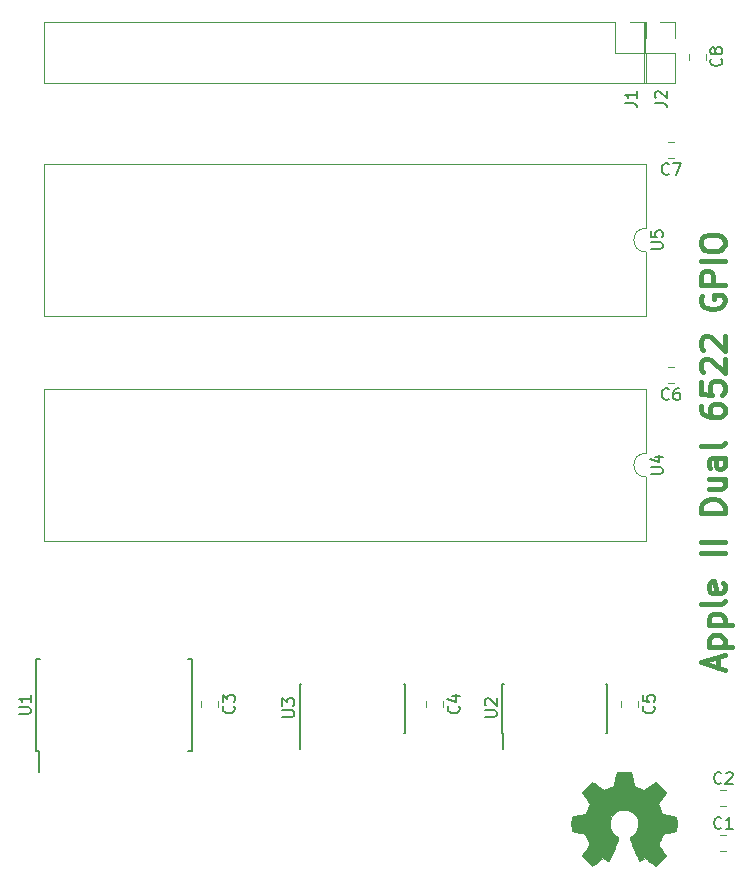
<source format=gto>
%TF.GenerationSoftware,KiCad,Pcbnew,(5.0.0)*%
%TF.CreationDate,2018-09-17T08:33:24-07:00*%
%TF.ProjectId,6522,363532322E6B696361645F7063620000,0.1*%
%TF.SameCoordinates,PX6b302f8PY7fe6300*%
%TF.FileFunction,Legend,Top*%
%TF.FilePolarity,Positive*%
%FSLAX46Y46*%
G04 Gerber Fmt 4.6, Leading zero omitted, Abs format (unit mm)*
G04 Created by KiCad (PCBNEW (5.0.0)) date 09/17/18 08:33:24*
%MOMM*%
%LPD*%
G01*
G04 APERTURE LIST*
%ADD10C,0.400000*%
%ADD11C,0.120000*%
%ADD12C,0.150000*%
%ADD13C,0.010000*%
G04 APERTURE END LIST*
D10*
X61293333Y25608667D02*
X61293333Y26561048D01*
X61864761Y25418191D02*
X59864761Y26084858D01*
X61864761Y26751524D01*
X60531428Y27418191D02*
X62531428Y27418191D01*
X60626666Y27418191D02*
X60531428Y27608667D01*
X60531428Y27989620D01*
X60626666Y28180096D01*
X60721904Y28275334D01*
X60912380Y28370572D01*
X61483809Y28370572D01*
X61674285Y28275334D01*
X61769523Y28180096D01*
X61864761Y27989620D01*
X61864761Y27608667D01*
X61769523Y27418191D01*
X60531428Y29227715D02*
X62531428Y29227715D01*
X60626666Y29227715D02*
X60531428Y29418191D01*
X60531428Y29799143D01*
X60626666Y29989620D01*
X60721904Y30084858D01*
X60912380Y30180096D01*
X61483809Y30180096D01*
X61674285Y30084858D01*
X61769523Y29989620D01*
X61864761Y29799143D01*
X61864761Y29418191D01*
X61769523Y29227715D01*
X61864761Y31322953D02*
X61769523Y31132477D01*
X61579047Y31037239D01*
X59864761Y31037239D01*
X61769523Y32846762D02*
X61864761Y32656286D01*
X61864761Y32275334D01*
X61769523Y32084858D01*
X61579047Y31989620D01*
X60817142Y31989620D01*
X60626666Y32084858D01*
X60531428Y32275334D01*
X60531428Y32656286D01*
X60626666Y32846762D01*
X60817142Y32942000D01*
X61007619Y32942000D01*
X61198095Y31989620D01*
X61864761Y35322953D02*
X59864761Y35322953D01*
X61864761Y36275334D02*
X59864761Y36275334D01*
X61864761Y38751524D02*
X59864761Y38751524D01*
X59864761Y39227715D01*
X59960000Y39513429D01*
X60150476Y39703905D01*
X60340952Y39799143D01*
X60721904Y39894381D01*
X61007619Y39894381D01*
X61388571Y39799143D01*
X61579047Y39703905D01*
X61769523Y39513429D01*
X61864761Y39227715D01*
X61864761Y38751524D01*
X60531428Y41608667D02*
X61864761Y41608667D01*
X60531428Y40751524D02*
X61579047Y40751524D01*
X61769523Y40846762D01*
X61864761Y41037239D01*
X61864761Y41322953D01*
X61769523Y41513429D01*
X61674285Y41608667D01*
X61864761Y43418191D02*
X60817142Y43418191D01*
X60626666Y43322953D01*
X60531428Y43132477D01*
X60531428Y42751524D01*
X60626666Y42561048D01*
X61769523Y43418191D02*
X61864761Y43227715D01*
X61864761Y42751524D01*
X61769523Y42561048D01*
X61579047Y42465810D01*
X61388571Y42465810D01*
X61198095Y42561048D01*
X61102857Y42751524D01*
X61102857Y43227715D01*
X61007619Y43418191D01*
X61864761Y44656286D02*
X61769523Y44465810D01*
X61579047Y44370572D01*
X59864761Y44370572D01*
X59864761Y47799143D02*
X59864761Y47418191D01*
X59960000Y47227715D01*
X60055238Y47132477D01*
X60340952Y46942000D01*
X60721904Y46846762D01*
X61483809Y46846762D01*
X61674285Y46942000D01*
X61769523Y47037239D01*
X61864761Y47227715D01*
X61864761Y47608667D01*
X61769523Y47799143D01*
X61674285Y47894381D01*
X61483809Y47989620D01*
X61007619Y47989620D01*
X60817142Y47894381D01*
X60721904Y47799143D01*
X60626666Y47608667D01*
X60626666Y47227715D01*
X60721904Y47037239D01*
X60817142Y46942000D01*
X61007619Y46846762D01*
X59864761Y49799143D02*
X59864761Y48846762D01*
X60817142Y48751524D01*
X60721904Y48846762D01*
X60626666Y49037239D01*
X60626666Y49513429D01*
X60721904Y49703905D01*
X60817142Y49799143D01*
X61007619Y49894381D01*
X61483809Y49894381D01*
X61674285Y49799143D01*
X61769523Y49703905D01*
X61864761Y49513429D01*
X61864761Y49037239D01*
X61769523Y48846762D01*
X61674285Y48751524D01*
X60055238Y50656286D02*
X59960000Y50751524D01*
X59864761Y50942000D01*
X59864761Y51418191D01*
X59960000Y51608667D01*
X60055238Y51703905D01*
X60245714Y51799143D01*
X60436190Y51799143D01*
X60721904Y51703905D01*
X61864761Y50561048D01*
X61864761Y51799143D01*
X60055238Y52561048D02*
X59960000Y52656286D01*
X59864761Y52846762D01*
X59864761Y53322953D01*
X59960000Y53513429D01*
X60055238Y53608667D01*
X60245714Y53703905D01*
X60436190Y53703905D01*
X60721904Y53608667D01*
X61864761Y52465810D01*
X61864761Y53703905D01*
X59960000Y57132477D02*
X59864761Y56942000D01*
X59864761Y56656286D01*
X59960000Y56370572D01*
X60150476Y56180096D01*
X60340952Y56084858D01*
X60721904Y55989620D01*
X61007619Y55989620D01*
X61388571Y56084858D01*
X61579047Y56180096D01*
X61769523Y56370572D01*
X61864761Y56656286D01*
X61864761Y56846762D01*
X61769523Y57132477D01*
X61674285Y57227715D01*
X61007619Y57227715D01*
X61007619Y56846762D01*
X61864761Y58084858D02*
X59864761Y58084858D01*
X59864761Y58846762D01*
X59960000Y59037239D01*
X60055238Y59132477D01*
X60245714Y59227715D01*
X60531428Y59227715D01*
X60721904Y59132477D01*
X60817142Y59037239D01*
X60912380Y58846762D01*
X60912380Y58084858D01*
X61864761Y60084858D02*
X59864761Y60084858D01*
X59864761Y61418191D02*
X59864761Y61799143D01*
X59960000Y61989620D01*
X60150476Y62180096D01*
X60531428Y62275334D01*
X61198095Y62275334D01*
X61579047Y62180096D01*
X61769523Y61989620D01*
X61864761Y61799143D01*
X61864761Y61418191D01*
X61769523Y61227715D01*
X61579047Y61037239D01*
X61198095Y60942000D01*
X60531428Y60942000D01*
X60150476Y61037239D01*
X59960000Y61227715D01*
X59864761Y61418191D01*
D11*
X4258000Y80324000D02*
X4258000Y75124000D01*
X52578000Y80324000D02*
X4258000Y80324000D01*
X55178000Y75124000D02*
X4258000Y75124000D01*
X52578000Y80324000D02*
X52578000Y77724000D01*
X52578000Y77724000D02*
X55178000Y77724000D01*
X55178000Y77724000D02*
X55178000Y75124000D01*
X53848000Y80324000D02*
X55178000Y80324000D01*
X55178000Y80324000D02*
X55178000Y78994000D01*
X55178000Y60849000D02*
G75*
G02X55178000Y62849000I0J1000000D01*
G01*
X55178000Y62849000D02*
X55178000Y68309000D01*
X55178000Y68309000D02*
X4258000Y68309000D01*
X4258000Y68309000D02*
X4258000Y55389000D01*
X4258000Y55389000D02*
X55178000Y55389000D01*
X55178000Y55389000D02*
X55178000Y60849000D01*
X55051542Y80307295D02*
X55051542Y75107295D01*
X55111542Y80307295D02*
X55051542Y80307295D01*
X57711542Y75107295D02*
X55051542Y75107295D01*
X55111542Y80307295D02*
X55111542Y77707295D01*
X55111542Y77707295D02*
X57711542Y77707295D01*
X57711542Y77707295D02*
X57711542Y75107295D01*
X56381542Y80307295D02*
X57711542Y80307295D01*
X57711542Y80307295D02*
X57711542Y78977295D01*
X55178000Y36339000D02*
X55178000Y41799000D01*
X4258000Y36339000D02*
X55178000Y36339000D01*
X4258000Y49259000D02*
X4258000Y36339000D01*
X55178000Y49259000D02*
X4258000Y49259000D01*
X55178000Y43799000D02*
X55178000Y49259000D01*
X55178000Y41799000D02*
G75*
G02X55178000Y43799000I0J1000000D01*
G01*
D12*
X3585000Y18604000D02*
X3835000Y18604000D01*
X3585000Y26354000D02*
X3920000Y26354000D01*
X16735000Y26354000D02*
X16400000Y26354000D01*
X16735000Y18604000D02*
X16400000Y18604000D01*
X3585000Y18604000D02*
X3585000Y26354000D01*
X16735000Y18604000D02*
X16735000Y26354000D01*
X3835000Y18604000D02*
X3835000Y16804000D01*
X43048000Y20150000D02*
X43073000Y20150000D01*
X43048000Y24300000D02*
X43163000Y24300000D01*
X51948000Y24300000D02*
X51833000Y24300000D01*
X51948000Y20150000D02*
X51833000Y20150000D01*
X43048000Y20150000D02*
X43048000Y24300000D01*
X51948000Y20150000D02*
X51948000Y24300000D01*
X43073000Y20150000D02*
X43073000Y18775000D01*
X25928000Y20150000D02*
X25928000Y18775000D01*
X34803000Y20150000D02*
X34803000Y24300000D01*
X25903000Y20150000D02*
X25903000Y24300000D01*
X34803000Y20150000D02*
X34688000Y20150000D01*
X34803000Y24300000D02*
X34688000Y24300000D01*
X25903000Y24300000D02*
X26018000Y24300000D01*
X25903000Y20150000D02*
X25928000Y20150000D01*
D11*
X61511922Y10085000D02*
X62029078Y10085000D01*
X61511922Y11505000D02*
X62029078Y11505000D01*
X61511922Y13895000D02*
X62029078Y13895000D01*
X61511922Y15315000D02*
X62029078Y15315000D01*
X18998000Y22816078D02*
X18998000Y22298922D01*
X17578000Y22816078D02*
X17578000Y22298922D01*
X36628000Y22816078D02*
X36628000Y22298922D01*
X38048000Y22816078D02*
X38048000Y22298922D01*
X54558000Y22816078D02*
X54558000Y22298922D01*
X53138000Y22816078D02*
X53138000Y22298922D01*
X57584078Y51129000D02*
X57066922Y51129000D01*
X57584078Y49709000D02*
X57066922Y49709000D01*
X57584078Y68759000D02*
X57066922Y68759000D01*
X57584078Y70179000D02*
X57066922Y70179000D01*
X60266542Y77633373D02*
X60266542Y77116217D01*
X58846542Y77633373D02*
X58846542Y77116217D01*
D13*
G36*
X54086536Y16226573D02*
X54199118Y15629382D01*
X54614531Y15458135D01*
X55029945Y15286888D01*
X55528302Y15625767D01*
X55667869Y15720123D01*
X55794029Y15804370D01*
X55900896Y15874662D01*
X55982583Y15927153D01*
X56033202Y15957996D01*
X56046987Y15964647D01*
X56071821Y15947542D01*
X56124889Y15900256D01*
X56200241Y15828828D01*
X56291930Y15739300D01*
X56394008Y15637711D01*
X56500527Y15530102D01*
X56605537Y15422513D01*
X56703092Y15320985D01*
X56787243Y15231559D01*
X56852041Y15160274D01*
X56891538Y15113172D01*
X56900981Y15097408D01*
X56887392Y15068347D01*
X56849294Y15004679D01*
X56790694Y14912633D01*
X56715598Y14798436D01*
X56628009Y14668316D01*
X56577255Y14594099D01*
X56484746Y14458578D01*
X56402541Y14336284D01*
X56334631Y14233305D01*
X56285001Y14155727D01*
X56257641Y14109639D01*
X56253530Y14099953D01*
X56262850Y14072426D01*
X56288255Y14008272D01*
X56325912Y13916510D01*
X56371987Y13806161D01*
X56422647Y13686245D01*
X56474060Y13565781D01*
X56522390Y13453791D01*
X56563807Y13359293D01*
X56594475Y13291308D01*
X56610562Y13258857D01*
X56611512Y13257580D01*
X56636773Y13251383D01*
X56704046Y13237560D01*
X56806361Y13217468D01*
X56936742Y13192466D01*
X57088217Y13163914D01*
X57176594Y13147449D01*
X57338453Y13116631D01*
X57484650Y13087306D01*
X57607788Y13061079D01*
X57700470Y13039554D01*
X57755302Y13024335D01*
X57766324Y13019507D01*
X57777119Y12986826D01*
X57785830Y12913015D01*
X57792461Y12806708D01*
X57797019Y12676533D01*
X57799510Y12531124D01*
X57799939Y12379110D01*
X57798312Y12229123D01*
X57794636Y12089794D01*
X57788916Y11969755D01*
X57781158Y11877635D01*
X57771369Y11822068D01*
X57765497Y11810500D01*
X57730400Y11796635D01*
X57656029Y11776812D01*
X57552224Y11753361D01*
X57428820Y11728609D01*
X57385742Y11720602D01*
X57178048Y11682559D01*
X57013985Y11651921D01*
X56888131Y11627471D01*
X56795066Y11607991D01*
X56729368Y11592264D01*
X56685618Y11579072D01*
X56658393Y11567196D01*
X56642273Y11555420D01*
X56640018Y11553092D01*
X56617504Y11515600D01*
X56583159Y11442635D01*
X56540412Y11343133D01*
X56492693Y11226027D01*
X56443431Y11100252D01*
X56396056Y10974743D01*
X56353996Y10858435D01*
X56320681Y10760261D01*
X56299542Y10689157D01*
X56294006Y10654058D01*
X56294467Y10652828D01*
X56313224Y10624139D01*
X56355777Y10561015D01*
X56417654Y10470027D01*
X56494383Y10357745D01*
X56581492Y10230740D01*
X56606299Y10194647D01*
X56694753Y10063797D01*
X56772589Y9944409D01*
X56835567Y9843338D01*
X56879446Y9767441D01*
X56899986Y9723573D01*
X56900981Y9718183D01*
X56883723Y9689856D01*
X56836036Y9633739D01*
X56764051Y9555863D01*
X56673898Y9462260D01*
X56571706Y9358959D01*
X56463606Y9251994D01*
X56355729Y9147394D01*
X56254205Y9051191D01*
X56165163Y8969416D01*
X56094734Y8908100D01*
X56049048Y8873274D01*
X56036410Y8867588D01*
X56006992Y8880980D01*
X55946762Y8917101D01*
X55865530Y8969864D01*
X55803031Y9012333D01*
X55689786Y9090260D01*
X55555675Y9182016D01*
X55421156Y9273625D01*
X55348834Y9322654D01*
X55104039Y9488230D01*
X54898551Y9377125D01*
X54804937Y9328452D01*
X54725331Y9290619D01*
X54671468Y9269042D01*
X54657758Y9266039D01*
X54641271Y9288207D01*
X54608746Y9350851D01*
X54562609Y9448191D01*
X54505291Y9574451D01*
X54439217Y9723850D01*
X54366816Y9890612D01*
X54290517Y10068958D01*
X54212747Y10253109D01*
X54135935Y10437288D01*
X54062507Y10615715D01*
X53994893Y10782613D01*
X53935521Y10932203D01*
X53886817Y11058707D01*
X53851211Y11156346D01*
X53831131Y11219343D01*
X53827901Y11240979D01*
X53853497Y11268576D01*
X53909539Y11313375D01*
X53984312Y11366066D01*
X53990588Y11370235D01*
X54183846Y11524931D01*
X54339675Y11705409D01*
X54456725Y11905898D01*
X54533646Y12120626D01*
X54569087Y12343823D01*
X54561698Y12569719D01*
X54510128Y12792541D01*
X54413027Y13006521D01*
X54384459Y13053336D01*
X54235869Y13242382D01*
X54060328Y13394188D01*
X53863911Y13507966D01*
X53652694Y13582925D01*
X53432754Y13618278D01*
X53210164Y13613233D01*
X52991002Y13567001D01*
X52781343Y13478794D01*
X52587262Y13347821D01*
X52527227Y13294663D01*
X52374436Y13128261D01*
X52263098Y12953088D01*
X52186724Y12756734D01*
X52144188Y12562283D01*
X52133687Y12343658D01*
X52168701Y12123948D01*
X52245674Y11910580D01*
X52361048Y11710978D01*
X52511266Y11532571D01*
X52692774Y11382783D01*
X52716628Y11366994D01*
X52792202Y11315288D01*
X52849652Y11270488D01*
X52877118Y11241883D01*
X52877518Y11240979D01*
X52871621Y11210036D01*
X52848246Y11139809D01*
X52809822Y11036075D01*
X52758778Y10904610D01*
X52697543Y10751193D01*
X52628545Y10581599D01*
X52554214Y10401607D01*
X52476979Y10216992D01*
X52399269Y10033532D01*
X52323512Y9857004D01*
X52252138Y9693186D01*
X52187575Y9547853D01*
X52132253Y9426783D01*
X52088601Y9335753D01*
X52059047Y9280540D01*
X52047145Y9266039D01*
X52010778Y9277331D01*
X51942731Y9307615D01*
X51854737Y9351480D01*
X51806351Y9377125D01*
X51600864Y9488230D01*
X51356069Y9322654D01*
X51231107Y9237830D01*
X51094296Y9144484D01*
X50966089Y9056592D01*
X50901872Y9012333D01*
X50811552Y8951682D01*
X50735072Y8903619D01*
X50682408Y8874230D01*
X50665303Y8868018D01*
X50640406Y8884777D01*
X50585306Y8931564D01*
X50505344Y9003520D01*
X50405861Y9095788D01*
X50292201Y9203510D01*
X50220316Y9272674D01*
X50094552Y9396243D01*
X49985864Y9506766D01*
X49898646Y9599515D01*
X49837290Y9669763D01*
X49806192Y9712780D01*
X49803209Y9721510D01*
X49817054Y9754716D01*
X49855313Y9821858D01*
X49913742Y9916137D01*
X49988098Y10030755D01*
X50074136Y10158917D01*
X50098603Y10194647D01*
X50187755Y10324511D01*
X50267739Y10441431D01*
X50334081Y10538838D01*
X50382312Y10610161D01*
X50407958Y10648830D01*
X50410436Y10652828D01*
X50406730Y10683645D01*
X50387062Y10751401D01*
X50354861Y10847161D01*
X50313556Y10961991D01*
X50266576Y11086956D01*
X50217350Y11213121D01*
X50169309Y11331552D01*
X50125882Y11433315D01*
X50090497Y11509474D01*
X50066585Y11551096D01*
X50064885Y11553092D01*
X50050263Y11564987D01*
X50025566Y11576750D01*
X49985373Y11589599D01*
X49924264Y11604751D01*
X49836818Y11623424D01*
X49717613Y11646835D01*
X49561228Y11676203D01*
X49362244Y11712745D01*
X49319161Y11720602D01*
X49191471Y11745273D01*
X49080154Y11769407D01*
X48995046Y11790676D01*
X48945984Y11806752D01*
X48939406Y11810500D01*
X48928565Y11843727D01*
X48919754Y11917979D01*
X48912977Y12024624D01*
X48908241Y12155033D01*
X48905551Y12300573D01*
X48904914Y12452614D01*
X48906335Y12602524D01*
X48909821Y12741672D01*
X48915377Y12861428D01*
X48923009Y12953159D01*
X48932723Y13008234D01*
X48938579Y13019507D01*
X48971181Y13030877D01*
X49045419Y13049376D01*
X49153897Y13073398D01*
X49289218Y13101338D01*
X49443986Y13131592D01*
X49528308Y13147449D01*
X49688297Y13177356D01*
X49830968Y13204450D01*
X49949349Y13227369D01*
X50036466Y13244757D01*
X50085346Y13255253D01*
X50093391Y13257580D01*
X50106988Y13283814D01*
X50135730Y13347005D01*
X50175786Y13438123D01*
X50223325Y13548143D01*
X50274516Y13668035D01*
X50325527Y13788773D01*
X50372527Y13901329D01*
X50411685Y13996674D01*
X50439170Y14065783D01*
X50451150Y14099626D01*
X50451373Y14101105D01*
X50437792Y14127803D01*
X50399716Y14189240D01*
X50341148Y14279311D01*
X50266089Y14391910D01*
X50178541Y14520930D01*
X50127648Y14595039D01*
X50034910Y14730923D01*
X49952542Y14854291D01*
X49884562Y14958903D01*
X49834989Y15038517D01*
X49807843Y15086893D01*
X49803922Y15097738D01*
X49820776Y15122980D01*
X49867369Y15176876D01*
X49937749Y15253387D01*
X50025966Y15346477D01*
X50126066Y15450105D01*
X50232099Y15558236D01*
X50338112Y15664830D01*
X50438153Y15763850D01*
X50526271Y15849258D01*
X50596514Y15915015D01*
X50642929Y15955084D01*
X50658457Y15964647D01*
X50683740Y15951200D01*
X50744212Y15913425D01*
X50833993Y15855165D01*
X50947204Y15780266D01*
X51077964Y15692575D01*
X51176600Y15625767D01*
X51674958Y15286888D01*
X52090371Y15458135D01*
X52505785Y15629382D01*
X52618367Y16226573D01*
X52730950Y16823765D01*
X53973953Y16823765D01*
X54086536Y16226573D01*
X54086536Y16226573D01*
G37*
X54086536Y16226573D02*
X54199118Y15629382D01*
X54614531Y15458135D01*
X55029945Y15286888D01*
X55528302Y15625767D01*
X55667869Y15720123D01*
X55794029Y15804370D01*
X55900896Y15874662D01*
X55982583Y15927153D01*
X56033202Y15957996D01*
X56046987Y15964647D01*
X56071821Y15947542D01*
X56124889Y15900256D01*
X56200241Y15828828D01*
X56291930Y15739300D01*
X56394008Y15637711D01*
X56500527Y15530102D01*
X56605537Y15422513D01*
X56703092Y15320985D01*
X56787243Y15231559D01*
X56852041Y15160274D01*
X56891538Y15113172D01*
X56900981Y15097408D01*
X56887392Y15068347D01*
X56849294Y15004679D01*
X56790694Y14912633D01*
X56715598Y14798436D01*
X56628009Y14668316D01*
X56577255Y14594099D01*
X56484746Y14458578D01*
X56402541Y14336284D01*
X56334631Y14233305D01*
X56285001Y14155727D01*
X56257641Y14109639D01*
X56253530Y14099953D01*
X56262850Y14072426D01*
X56288255Y14008272D01*
X56325912Y13916510D01*
X56371987Y13806161D01*
X56422647Y13686245D01*
X56474060Y13565781D01*
X56522390Y13453791D01*
X56563807Y13359293D01*
X56594475Y13291308D01*
X56610562Y13258857D01*
X56611512Y13257580D01*
X56636773Y13251383D01*
X56704046Y13237560D01*
X56806361Y13217468D01*
X56936742Y13192466D01*
X57088217Y13163914D01*
X57176594Y13147449D01*
X57338453Y13116631D01*
X57484650Y13087306D01*
X57607788Y13061079D01*
X57700470Y13039554D01*
X57755302Y13024335D01*
X57766324Y13019507D01*
X57777119Y12986826D01*
X57785830Y12913015D01*
X57792461Y12806708D01*
X57797019Y12676533D01*
X57799510Y12531124D01*
X57799939Y12379110D01*
X57798312Y12229123D01*
X57794636Y12089794D01*
X57788916Y11969755D01*
X57781158Y11877635D01*
X57771369Y11822068D01*
X57765497Y11810500D01*
X57730400Y11796635D01*
X57656029Y11776812D01*
X57552224Y11753361D01*
X57428820Y11728609D01*
X57385742Y11720602D01*
X57178048Y11682559D01*
X57013985Y11651921D01*
X56888131Y11627471D01*
X56795066Y11607991D01*
X56729368Y11592264D01*
X56685618Y11579072D01*
X56658393Y11567196D01*
X56642273Y11555420D01*
X56640018Y11553092D01*
X56617504Y11515600D01*
X56583159Y11442635D01*
X56540412Y11343133D01*
X56492693Y11226027D01*
X56443431Y11100252D01*
X56396056Y10974743D01*
X56353996Y10858435D01*
X56320681Y10760261D01*
X56299542Y10689157D01*
X56294006Y10654058D01*
X56294467Y10652828D01*
X56313224Y10624139D01*
X56355777Y10561015D01*
X56417654Y10470027D01*
X56494383Y10357745D01*
X56581492Y10230740D01*
X56606299Y10194647D01*
X56694753Y10063797D01*
X56772589Y9944409D01*
X56835567Y9843338D01*
X56879446Y9767441D01*
X56899986Y9723573D01*
X56900981Y9718183D01*
X56883723Y9689856D01*
X56836036Y9633739D01*
X56764051Y9555863D01*
X56673898Y9462260D01*
X56571706Y9358959D01*
X56463606Y9251994D01*
X56355729Y9147394D01*
X56254205Y9051191D01*
X56165163Y8969416D01*
X56094734Y8908100D01*
X56049048Y8873274D01*
X56036410Y8867588D01*
X56006992Y8880980D01*
X55946762Y8917101D01*
X55865530Y8969864D01*
X55803031Y9012333D01*
X55689786Y9090260D01*
X55555675Y9182016D01*
X55421156Y9273625D01*
X55348834Y9322654D01*
X55104039Y9488230D01*
X54898551Y9377125D01*
X54804937Y9328452D01*
X54725331Y9290619D01*
X54671468Y9269042D01*
X54657758Y9266039D01*
X54641271Y9288207D01*
X54608746Y9350851D01*
X54562609Y9448191D01*
X54505291Y9574451D01*
X54439217Y9723850D01*
X54366816Y9890612D01*
X54290517Y10068958D01*
X54212747Y10253109D01*
X54135935Y10437288D01*
X54062507Y10615715D01*
X53994893Y10782613D01*
X53935521Y10932203D01*
X53886817Y11058707D01*
X53851211Y11156346D01*
X53831131Y11219343D01*
X53827901Y11240979D01*
X53853497Y11268576D01*
X53909539Y11313375D01*
X53984312Y11366066D01*
X53990588Y11370235D01*
X54183846Y11524931D01*
X54339675Y11705409D01*
X54456725Y11905898D01*
X54533646Y12120626D01*
X54569087Y12343823D01*
X54561698Y12569719D01*
X54510128Y12792541D01*
X54413027Y13006521D01*
X54384459Y13053336D01*
X54235869Y13242382D01*
X54060328Y13394188D01*
X53863911Y13507966D01*
X53652694Y13582925D01*
X53432754Y13618278D01*
X53210164Y13613233D01*
X52991002Y13567001D01*
X52781343Y13478794D01*
X52587262Y13347821D01*
X52527227Y13294663D01*
X52374436Y13128261D01*
X52263098Y12953088D01*
X52186724Y12756734D01*
X52144188Y12562283D01*
X52133687Y12343658D01*
X52168701Y12123948D01*
X52245674Y11910580D01*
X52361048Y11710978D01*
X52511266Y11532571D01*
X52692774Y11382783D01*
X52716628Y11366994D01*
X52792202Y11315288D01*
X52849652Y11270488D01*
X52877118Y11241883D01*
X52877518Y11240979D01*
X52871621Y11210036D01*
X52848246Y11139809D01*
X52809822Y11036075D01*
X52758778Y10904610D01*
X52697543Y10751193D01*
X52628545Y10581599D01*
X52554214Y10401607D01*
X52476979Y10216992D01*
X52399269Y10033532D01*
X52323512Y9857004D01*
X52252138Y9693186D01*
X52187575Y9547853D01*
X52132253Y9426783D01*
X52088601Y9335753D01*
X52059047Y9280540D01*
X52047145Y9266039D01*
X52010778Y9277331D01*
X51942731Y9307615D01*
X51854737Y9351480D01*
X51806351Y9377125D01*
X51600864Y9488230D01*
X51356069Y9322654D01*
X51231107Y9237830D01*
X51094296Y9144484D01*
X50966089Y9056592D01*
X50901872Y9012333D01*
X50811552Y8951682D01*
X50735072Y8903619D01*
X50682408Y8874230D01*
X50665303Y8868018D01*
X50640406Y8884777D01*
X50585306Y8931564D01*
X50505344Y9003520D01*
X50405861Y9095788D01*
X50292201Y9203510D01*
X50220316Y9272674D01*
X50094552Y9396243D01*
X49985864Y9506766D01*
X49898646Y9599515D01*
X49837290Y9669763D01*
X49806192Y9712780D01*
X49803209Y9721510D01*
X49817054Y9754716D01*
X49855313Y9821858D01*
X49913742Y9916137D01*
X49988098Y10030755D01*
X50074136Y10158917D01*
X50098603Y10194647D01*
X50187755Y10324511D01*
X50267739Y10441431D01*
X50334081Y10538838D01*
X50382312Y10610161D01*
X50407958Y10648830D01*
X50410436Y10652828D01*
X50406730Y10683645D01*
X50387062Y10751401D01*
X50354861Y10847161D01*
X50313556Y10961991D01*
X50266576Y11086956D01*
X50217350Y11213121D01*
X50169309Y11331552D01*
X50125882Y11433315D01*
X50090497Y11509474D01*
X50066585Y11551096D01*
X50064885Y11553092D01*
X50050263Y11564987D01*
X50025566Y11576750D01*
X49985373Y11589599D01*
X49924264Y11604751D01*
X49836818Y11623424D01*
X49717613Y11646835D01*
X49561228Y11676203D01*
X49362244Y11712745D01*
X49319161Y11720602D01*
X49191471Y11745273D01*
X49080154Y11769407D01*
X48995046Y11790676D01*
X48945984Y11806752D01*
X48939406Y11810500D01*
X48928565Y11843727D01*
X48919754Y11917979D01*
X48912977Y12024624D01*
X48908241Y12155033D01*
X48905551Y12300573D01*
X48904914Y12452614D01*
X48906335Y12602524D01*
X48909821Y12741672D01*
X48915377Y12861428D01*
X48923009Y12953159D01*
X48932723Y13008234D01*
X48938579Y13019507D01*
X48971181Y13030877D01*
X49045419Y13049376D01*
X49153897Y13073398D01*
X49289218Y13101338D01*
X49443986Y13131592D01*
X49528308Y13147449D01*
X49688297Y13177356D01*
X49830968Y13204450D01*
X49949349Y13227369D01*
X50036466Y13244757D01*
X50085346Y13255253D01*
X50093391Y13257580D01*
X50106988Y13283814D01*
X50135730Y13347005D01*
X50175786Y13438123D01*
X50223325Y13548143D01*
X50274516Y13668035D01*
X50325527Y13788773D01*
X50372527Y13901329D01*
X50411685Y13996674D01*
X50439170Y14065783D01*
X50451150Y14099626D01*
X50451373Y14101105D01*
X50437792Y14127803D01*
X50399716Y14189240D01*
X50341148Y14279311D01*
X50266089Y14391910D01*
X50178541Y14520930D01*
X50127648Y14595039D01*
X50034910Y14730923D01*
X49952542Y14854291D01*
X49884562Y14958903D01*
X49834989Y15038517D01*
X49807843Y15086893D01*
X49803922Y15097738D01*
X49820776Y15122980D01*
X49867369Y15176876D01*
X49937749Y15253387D01*
X50025966Y15346477D01*
X50126066Y15450105D01*
X50232099Y15558236D01*
X50338112Y15664830D01*
X50438153Y15763850D01*
X50526271Y15849258D01*
X50596514Y15915015D01*
X50642929Y15955084D01*
X50658457Y15964647D01*
X50683740Y15951200D01*
X50744212Y15913425D01*
X50833993Y15855165D01*
X50947204Y15780266D01*
X51077964Y15692575D01*
X51176600Y15625767D01*
X51674958Y15286888D01*
X52090371Y15458135D01*
X52505785Y15629382D01*
X52618367Y16226573D01*
X52730950Y16823765D01*
X53973953Y16823765D01*
X54086536Y16226573D01*
D12*
X53427380Y73453667D02*
X54141666Y73453667D01*
X54284523Y73406048D01*
X54379761Y73310810D01*
X54427380Y73167953D01*
X54427380Y73072715D01*
X54427380Y74453667D02*
X54427380Y73882239D01*
X54427380Y74167953D02*
X53427380Y74167953D01*
X53570238Y74072715D01*
X53665476Y73977477D01*
X53713095Y73882239D01*
X55630380Y61087096D02*
X56439904Y61087096D01*
X56535142Y61134715D01*
X56582761Y61182334D01*
X56630380Y61277572D01*
X56630380Y61468048D01*
X56582761Y61563286D01*
X56535142Y61610905D01*
X56439904Y61658524D01*
X55630380Y61658524D01*
X55630380Y62610905D02*
X55630380Y62134715D01*
X56106571Y62087096D01*
X56058952Y62134715D01*
X56011333Y62229953D01*
X56011333Y62468048D01*
X56058952Y62563286D01*
X56106571Y62610905D01*
X56201809Y62658524D01*
X56439904Y62658524D01*
X56535142Y62610905D01*
X56582761Y62563286D01*
X56630380Y62468048D01*
X56630380Y62229953D01*
X56582761Y62134715D01*
X56535142Y62087096D01*
X55967380Y73453667D02*
X56681666Y73453667D01*
X56824523Y73406048D01*
X56919761Y73310810D01*
X56967380Y73167953D01*
X56967380Y73072715D01*
X56062619Y73882239D02*
X56015000Y73929858D01*
X55967380Y74025096D01*
X55967380Y74263191D01*
X56015000Y74358429D01*
X56062619Y74406048D01*
X56157857Y74453667D01*
X56253095Y74453667D01*
X56395952Y74406048D01*
X56967380Y73834620D01*
X56967380Y74453667D01*
X55630380Y42037096D02*
X56439904Y42037096D01*
X56535142Y42084715D01*
X56582761Y42132334D01*
X56630380Y42227572D01*
X56630380Y42418048D01*
X56582761Y42513286D01*
X56535142Y42560905D01*
X56439904Y42608524D01*
X55630380Y42608524D01*
X55963714Y43513286D02*
X56630380Y43513286D01*
X55582761Y43275191D02*
X56297047Y43037096D01*
X56297047Y43656143D01*
X2112380Y21717096D02*
X2921904Y21717096D01*
X3017142Y21764715D01*
X3064761Y21812334D01*
X3112380Y21907572D01*
X3112380Y22098048D01*
X3064761Y22193286D01*
X3017142Y22240905D01*
X2921904Y22288524D01*
X2112380Y22288524D01*
X3112380Y23288524D02*
X3112380Y22717096D01*
X3112380Y23002810D02*
X2112380Y23002810D01*
X2255238Y22907572D01*
X2350476Y22812334D01*
X2398095Y22717096D01*
X41575380Y21463096D02*
X42384904Y21463096D01*
X42480142Y21510715D01*
X42527761Y21558334D01*
X42575380Y21653572D01*
X42575380Y21844048D01*
X42527761Y21939286D01*
X42480142Y21986905D01*
X42384904Y22034524D01*
X41575380Y22034524D01*
X41670619Y22463096D02*
X41623000Y22510715D01*
X41575380Y22605953D01*
X41575380Y22844048D01*
X41623000Y22939286D01*
X41670619Y22986905D01*
X41765857Y23034524D01*
X41861095Y23034524D01*
X42003952Y22986905D01*
X42575380Y22415477D01*
X42575380Y23034524D01*
X24430380Y21463096D02*
X25239904Y21463096D01*
X25335142Y21510715D01*
X25382761Y21558334D01*
X25430380Y21653572D01*
X25430380Y21844048D01*
X25382761Y21939286D01*
X25335142Y21986905D01*
X25239904Y22034524D01*
X24430380Y22034524D01*
X24430380Y22415477D02*
X24430380Y23034524D01*
X24811333Y22701191D01*
X24811333Y22844048D01*
X24858952Y22939286D01*
X24906571Y22986905D01*
X25001809Y23034524D01*
X25239904Y23034524D01*
X25335142Y22986905D01*
X25382761Y22939286D01*
X25430380Y22844048D01*
X25430380Y22558334D01*
X25382761Y22463096D01*
X25335142Y22415477D01*
X61603833Y12087858D02*
X61556214Y12040239D01*
X61413357Y11992620D01*
X61318119Y11992620D01*
X61175261Y12040239D01*
X61080023Y12135477D01*
X61032404Y12230715D01*
X60984785Y12421191D01*
X60984785Y12564048D01*
X61032404Y12754524D01*
X61080023Y12849762D01*
X61175261Y12945000D01*
X61318119Y12992620D01*
X61413357Y12992620D01*
X61556214Y12945000D01*
X61603833Y12897381D01*
X62556214Y11992620D02*
X61984785Y11992620D01*
X62270500Y11992620D02*
X62270500Y12992620D01*
X62175261Y12849762D01*
X62080023Y12754524D01*
X61984785Y12706905D01*
X61603833Y15897858D02*
X61556214Y15850239D01*
X61413357Y15802620D01*
X61318119Y15802620D01*
X61175261Y15850239D01*
X61080023Y15945477D01*
X61032404Y16040715D01*
X60984785Y16231191D01*
X60984785Y16374048D01*
X61032404Y16564524D01*
X61080023Y16659762D01*
X61175261Y16755000D01*
X61318119Y16802620D01*
X61413357Y16802620D01*
X61556214Y16755000D01*
X61603833Y16707381D01*
X61984785Y16707381D02*
X62032404Y16755000D01*
X62127642Y16802620D01*
X62365738Y16802620D01*
X62460976Y16755000D01*
X62508595Y16707381D01*
X62556214Y16612143D01*
X62556214Y16516905D01*
X62508595Y16374048D01*
X61937166Y15802620D01*
X62556214Y15802620D01*
X20295142Y22390834D02*
X20342761Y22343215D01*
X20390380Y22200358D01*
X20390380Y22105120D01*
X20342761Y21962262D01*
X20247523Y21867024D01*
X20152285Y21819405D01*
X19961809Y21771786D01*
X19818952Y21771786D01*
X19628476Y21819405D01*
X19533238Y21867024D01*
X19438000Y21962262D01*
X19390380Y22105120D01*
X19390380Y22200358D01*
X19438000Y22343215D01*
X19485619Y22390834D01*
X19390380Y22724167D02*
X19390380Y23343215D01*
X19771333Y23009881D01*
X19771333Y23152739D01*
X19818952Y23247977D01*
X19866571Y23295596D01*
X19961809Y23343215D01*
X20199904Y23343215D01*
X20295142Y23295596D01*
X20342761Y23247977D01*
X20390380Y23152739D01*
X20390380Y22867024D01*
X20342761Y22771786D01*
X20295142Y22724167D01*
X39345142Y22390834D02*
X39392761Y22343215D01*
X39440380Y22200358D01*
X39440380Y22105120D01*
X39392761Y21962262D01*
X39297523Y21867024D01*
X39202285Y21819405D01*
X39011809Y21771786D01*
X38868952Y21771786D01*
X38678476Y21819405D01*
X38583238Y21867024D01*
X38488000Y21962262D01*
X38440380Y22105120D01*
X38440380Y22200358D01*
X38488000Y22343215D01*
X38535619Y22390834D01*
X38773714Y23247977D02*
X39440380Y23247977D01*
X38392761Y23009881D02*
X39107047Y22771786D01*
X39107047Y23390834D01*
X55855142Y22390834D02*
X55902761Y22343215D01*
X55950380Y22200358D01*
X55950380Y22105120D01*
X55902761Y21962262D01*
X55807523Y21867024D01*
X55712285Y21819405D01*
X55521809Y21771786D01*
X55378952Y21771786D01*
X55188476Y21819405D01*
X55093238Y21867024D01*
X54998000Y21962262D01*
X54950380Y22105120D01*
X54950380Y22200358D01*
X54998000Y22343215D01*
X55045619Y22390834D01*
X54950380Y23295596D02*
X54950380Y22819405D01*
X55426571Y22771786D01*
X55378952Y22819405D01*
X55331333Y22914643D01*
X55331333Y23152739D01*
X55378952Y23247977D01*
X55426571Y23295596D01*
X55521809Y23343215D01*
X55759904Y23343215D01*
X55855142Y23295596D01*
X55902761Y23247977D01*
X55950380Y23152739D01*
X55950380Y22914643D01*
X55902761Y22819405D01*
X55855142Y22771786D01*
X57158833Y48411858D02*
X57111214Y48364239D01*
X56968357Y48316620D01*
X56873119Y48316620D01*
X56730261Y48364239D01*
X56635023Y48459477D01*
X56587404Y48554715D01*
X56539785Y48745191D01*
X56539785Y48888048D01*
X56587404Y49078524D01*
X56635023Y49173762D01*
X56730261Y49269000D01*
X56873119Y49316620D01*
X56968357Y49316620D01*
X57111214Y49269000D01*
X57158833Y49221381D01*
X58015976Y49316620D02*
X57825500Y49316620D01*
X57730261Y49269000D01*
X57682642Y49221381D01*
X57587404Y49078524D01*
X57539785Y48888048D01*
X57539785Y48507096D01*
X57587404Y48411858D01*
X57635023Y48364239D01*
X57730261Y48316620D01*
X57920738Y48316620D01*
X58015976Y48364239D01*
X58063595Y48411858D01*
X58111214Y48507096D01*
X58111214Y48745191D01*
X58063595Y48840429D01*
X58015976Y48888048D01*
X57920738Y48935667D01*
X57730261Y48935667D01*
X57635023Y48888048D01*
X57587404Y48840429D01*
X57539785Y48745191D01*
X57158833Y67461858D02*
X57111214Y67414239D01*
X56968357Y67366620D01*
X56873119Y67366620D01*
X56730261Y67414239D01*
X56635023Y67509477D01*
X56587404Y67604715D01*
X56539785Y67795191D01*
X56539785Y67938048D01*
X56587404Y68128524D01*
X56635023Y68223762D01*
X56730261Y68319000D01*
X56873119Y68366620D01*
X56968357Y68366620D01*
X57111214Y68319000D01*
X57158833Y68271381D01*
X57492166Y68366620D02*
X58158833Y68366620D01*
X57730261Y67366620D01*
X61563684Y77208129D02*
X61611303Y77160510D01*
X61658922Y77017653D01*
X61658922Y76922415D01*
X61611303Y76779557D01*
X61516065Y76684319D01*
X61420827Y76636700D01*
X61230351Y76589081D01*
X61087494Y76589081D01*
X60897018Y76636700D01*
X60801780Y76684319D01*
X60706542Y76779557D01*
X60658922Y76922415D01*
X60658922Y77017653D01*
X60706542Y77160510D01*
X60754161Y77208129D01*
X61087494Y77779557D02*
X61039875Y77684319D01*
X60992256Y77636700D01*
X60897018Y77589081D01*
X60849399Y77589081D01*
X60754161Y77636700D01*
X60706542Y77684319D01*
X60658922Y77779557D01*
X60658922Y77970034D01*
X60706542Y78065272D01*
X60754161Y78112891D01*
X60849399Y78160510D01*
X60897018Y78160510D01*
X60992256Y78112891D01*
X61039875Y78065272D01*
X61087494Y77970034D01*
X61087494Y77779557D01*
X61135113Y77684319D01*
X61182732Y77636700D01*
X61277970Y77589081D01*
X61468446Y77589081D01*
X61563684Y77636700D01*
X61611303Y77684319D01*
X61658922Y77779557D01*
X61658922Y77970034D01*
X61611303Y78065272D01*
X61563684Y78112891D01*
X61468446Y78160510D01*
X61277970Y78160510D01*
X61182732Y78112891D01*
X61135113Y78065272D01*
X61087494Y77970034D01*
M02*

</source>
